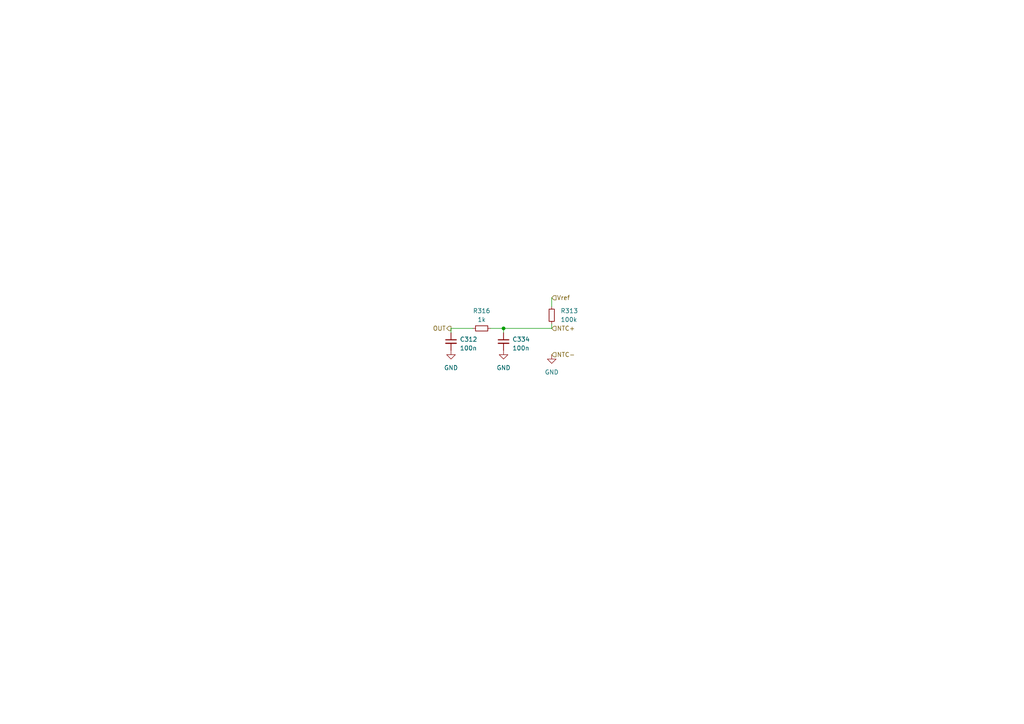
<source format=kicad_sch>
(kicad_sch (version 20230121) (generator eeschema)
  (paper "A4")
  (lib_symbols
    (symbol "Device:C_Small" (pin_numbers hide) (pin_names (offset 0.254) hide)
      (property "Reference" "C" (at 0.254 1.778 0))
      (property "Value" "C_Small" (at 0.254 -2.032 0))
      (symbol "C_Small_0_1"
        (polyline (pts (xy -1.524 -0.508) (xy 1.524 -0.508)) (stroke (width 0.3302)))
        (polyline (pts (xy -1.524 0.508) (xy 1.524 0.508)) (stroke (width 0.3048)))
      )
      (symbol "C_Small_1_1"
        (pin passive line (at 0 2.54 270) (length 2.032) (name "~") (number "1"))
        (pin passive line (at 0 -2.54 90) (length 2.032) (name "~") (number "2"))
      )
    )
    (symbol "Device:R_Small" (pin_numbers hide) (pin_names (offset 0.254) hide)
      (property "Reference" "R" (at 0.762 0.508 0))
      (property "Value" "R_Small" (at 0.762 -1.016 0))
      (symbol "R_Small_0_1"
        (rectangle (start -0.762 1.778) (end 0.762 -1.778) (stroke (width 0.2032)))
      )
      (symbol "R_Small_1_1"
        (pin passive line (at 0 2.54 270) (length 0.762) (name "~") (number "1"))
        (pin passive line (at 0 -2.54 90) (length 0.762) (name "~") (number "2"))
      )
    )
    (symbol "GND_2" (power) (pin_names (offset 0))
      (property "Value" "GND_2" (at 0 -3.81 0))
      (symbol "GND_2_0_1"
        (polyline (pts (xy 0 0) (xy 0 -1.27) (xy 1.27 -1.27) (xy 0 -2.54) (xy -1.27 -1.27) (xy 0 -1.27)))
      )
      (symbol "GND_2_1_1"
        (pin power_in line (at 0 0 270) (length 0) hide (name "GND") (number "1"))
      )
    )
    (symbol "GND_3" (power) (pin_names (offset 0))
      (property "Value" "GND_3" (at 0 -3.81 0))
      (symbol "GND_3_0_1"
        (polyline (pts (xy 0 0) (xy 0 -1.27) (xy 1.27 -1.27) (xy 0 -2.54) (xy -1.27 -1.27) (xy 0 -1.27)))
      )
      (symbol "GND_3_1_1"
        (pin power_in line (at 0 0 270) (length 0) hide (name "GND") (number "1"))
      )
    )
  )
  (junction (at 146.05 95.25))
  (wire (pts (xy 130.81 96.52) (xy 130.81 95.25)))
  (wire (pts (xy 130.81 95.25) (xy 137.16 95.25)))
  (wire (pts (xy 142.24 95.25) (xy 146.05 95.25)))
  (wire (pts (xy 146.05 96.52) (xy 146.05 95.25)))
  (wire (pts (xy 146.05 95.25) (xy 160.02 95.25)))
  (wire (pts (xy 160.02 86.36) (xy 160.02 88.9)))
  (wire (pts (xy 160.02 93.98) (xy 160.02 95.25)))
  (hierarchical_label "OUT" (shape output) (at 130.81 95.25 180))
  (hierarchical_label "Vref" (shape input) (at 160.02 86.36 0))
  (hierarchical_label "NTC-" (shape input) (at 160.02 102.87 0))
  (hierarchical_label "NTC+" (shape input) (at 160.02 95.25 0))
  (symbol (lib_id "Device:R_Small") (at 139.7 95.25 270) (unit 1)
    (property "Reference" "R316" (at 139.7 90.17 90))
    (property "Value" "1k" (at 139.7 92.71 90))
    (property "Footprint" "Resistor_SMD:R_0603_1608Metric" (effects hide))
    (instances (project "greenmobi-bms-controller" (path "" (reference "R316") (unit 1))) (project "greenmobi-bms-frontend" (path "" (reference "R13") (unit 1)) (path "" (reference "R90") (unit 1)) (path "" (reference "R13") (unit 1)) (path "" (reference "R92") (unit 1)) (path "" (reference "R94") (unit 1)) (path "" (reference "R96") (unit 1)) (path "" (reference "R100") (unit 1)) (path "" (reference "R98") (unit 1)) (path "" (reference "R104") (unit 1)) (path "" (reference "R102") (unit 1))))
  )
  (symbol (lib_name "GND_2") (lib_id "power:GND") (at 160.02 102.87 0) (unit 1)
    (property "Reference" "#PWR0313" (effects hide))
    (property "Value" "GND" (at 160.02 107.95 0))
    (instances (project "greenmobi-bms-controller" (path "" (reference "#PWR0313") (unit 1))) (project "greenmobi-bms-frontend" (path "" (reference "#PWR014") (unit 1)) (path "" (reference "#PWR023") (unit 1)) (path "" (reference "#PWR014") (unit 1)) (path "" (reference "#PWR026") (unit 1)) (path "" (reference "#PWR029") (unit 1)) (path "" (reference "#PWR032") (unit 1)) (path "" (reference "#PWR038") (unit 1)) (path "" (reference "#PWR035") (unit 1)) (path "" (reference "#PWR044") (unit 1)) (path "" (reference "#PWR041") (unit 1))))
  )
  (symbol (lib_id "Device:R_Small") (at 160.02 91.44 0) (unit 1)
    (property "Reference" "R313" (at 162.56 90.17 0) (effects (justify left)))
    (property "Value" "100k" (at 162.56 92.71 0) (effects (justify left)))
    (property "Footprint" "Resistor_SMD:R_0603_1608Metric" (effects hide))
    (instances (project "greenmobi-bms-controller" (path "" (reference "R313") (unit 1))) (project "greenmobi-bms-frontend" (path "" (reference "R14") (unit 1)) (path "" (reference "R91") (unit 1)) (path "" (reference "R14") (unit 1)) (path "" (reference "R93") (unit 1)) (path "" (reference "R95") (unit 1)) (path "" (reference "R97") (unit 1)) (path "" (reference "R101") (unit 1)) (path "" (reference "R99") (unit 1)) (path "" (reference "R105") (unit 1)) (path "" (reference "R103") (unit 1))))
  )
  (symbol (lib_name "GND_3") (lib_id "power:GND") (at 146.05 101.6 0) (unit 1)
    (property "Reference" "#PWR0319" (effects hide))
    (property "Value" "GND" (at 146.05 106.68 0))
    (instances (project "greenmobi-bms-controller" (path "" (reference "#PWR0319") (unit 1))) (project "greenmobi-bms-frontend" (path "" (reference "#PWR012") (unit 1)) (path "" (reference "#PWR022") (unit 1)) (path "" (reference "#PWR012") (unit 1)) (path "" (reference "#PWR025") (unit 1)) (path "" (reference "#PWR028") (unit 1)) (path "" (reference "#PWR031") (unit 1)) (path "" (reference "#PWR037") (unit 1)) (path "" (reference "#PWR034") (unit 1)) (path "" (reference "#PWR043") (unit 1)) (path "" (reference "#PWR040") (unit 1))))
  )
  (symbol (lib_id "Device:C_Small") (at 130.81 99.06 0) (unit 1)
    (property "Reference" "C312" (at 133.35 98.4313 0) (effects (justify left)))
    (property "Value" "100n" (at 133.35 100.9713 0) (effects (justify left)))
    (property "Footprint" "Capacitor_SMD:C_0603_1608Metric" (effects hide))
    (instances (project "greenmobi-bms-controller" (path "" (reference "C312") (unit 1))) (project "greenmobi-bms-frontend" (path "" (reference "C12") (unit 1)) (path "" (reference "C36") (unit 1)) (path "" (reference "C12") (unit 1)) (path "" (reference "C38") (unit 1)) (path "" (reference "C40") (unit 1)) (path "" (reference "C42") (unit 1)) (path "" (reference "C46") (unit 1)) (path "" (reference "C44") (unit 1)) (path "" (reference "C50") (unit 1)) (path "" (reference "C48") (unit 1))))
  )
  (symbol (lib_name "GND_3") (lib_id "power:GND") (at 130.81 101.6 0) (unit 1)
    (property "Reference" "#PWR0311" (effects hide))
    (property "Value" "GND" (at 130.81 106.68 0))
    (instances (project "greenmobi-bms-controller" (path "" (reference "#PWR0311") (unit 1))) (project "greenmobi-bms-frontend" (path "" (reference "#PWR011") (unit 1)) (path "" (reference "#PWR021") (unit 1)) (path "" (reference "#PWR011") (unit 1)) (path "" (reference "#PWR024") (unit 1)) (path "" (reference "#PWR027") (unit 1)) (path "" (reference "#PWR030") (unit 1)) (path "" (reference "#PWR036") (unit 1)) (path "" (reference "#PWR033") (unit 1)) (path "" (reference "#PWR042") (unit 1)) (path "" (reference "#PWR039") (unit 1))))
  )
  (symbol (lib_id "Device:C_Small") (at 146.05 99.06 0) (unit 1)
    (property "Reference" "C334" (at 148.59 98.4313 0) (effects (justify left)))
    (property "Value" "100n" (at 148.59 100.9713 0) (effects (justify left)))
    (property "Footprint" "Capacitor_SMD:C_0603_1608Metric" (effects hide))
    (instances (project "greenmobi-bms-controller" (path "" (reference "C334") (unit 1))) (project "greenmobi-bms-frontend" (path "" (reference "C13") (unit 1)) (path "" (reference "C37") (unit 1)) (path "" (reference "C13") (unit 1)) (path "" (reference "C39") (unit 1)) (path "" (reference "C41") (unit 1)) (path "" (reference "C43") (unit 1)) (path "" (reference "C47") (unit 1)) (path "" (reference "C45") (unit 1)) (path "" (reference "C51") (unit 1)) (path "" (reference "C49") (unit 1))))
  )
)
</source>
